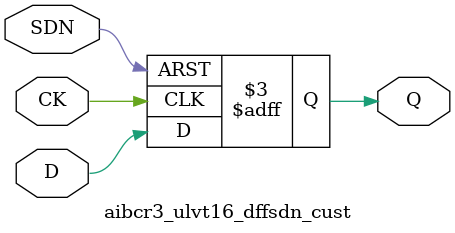
<source format=v>
module aibcr3_ulvt16_dffsdn_cust ( 
	input wire CK,
	input wire SDN,
	input wire D,
	output reg Q
);

always@(posedge CK or negedge SDN) begin
	if (!SDN) begin
		Q <= 1'b1;
	end
	else begin
		Q <= D;
	end
end
endmodule




</source>
